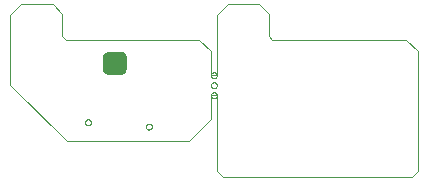
<source format=gko>
G75*
%MOIN*%
%OFA0B0*%
%FSLAX25Y25*%
%IPPOS*%
%LPD*%
%AMOC8*
5,1,8,0,0,1.08239X$1,22.5*
%
%ADD10C,0.00000*%
%ADD11C,0.00500*%
D10*
X0039189Y0028559D02*
X0020291Y0047457D01*
X0020291Y0070685D01*
X0023835Y0074228D01*
X0034465Y0074228D01*
X0037614Y0071079D01*
X0037614Y0063598D01*
X0038795Y0062417D01*
X0083283Y0062417D01*
X0087220Y0058480D01*
X0087220Y0050606D01*
X0089189Y0050606D01*
X0089189Y0070685D01*
X0092732Y0074228D01*
X0103362Y0074228D01*
X0106512Y0071079D01*
X0106512Y0063598D01*
X0107693Y0062417D01*
X0152181Y0062417D01*
X0156118Y0058480D01*
X0156118Y0018717D01*
X0154150Y0016748D01*
X0091157Y0016748D01*
X0089189Y0018717D01*
X0089189Y0043913D01*
X0087220Y0043913D01*
X0087220Y0036039D01*
X0079740Y0028559D01*
X0039189Y0028559D01*
X0045292Y0034858D02*
X0045294Y0034920D01*
X0045300Y0034983D01*
X0045310Y0035044D01*
X0045324Y0035105D01*
X0045341Y0035165D01*
X0045362Y0035224D01*
X0045388Y0035281D01*
X0045416Y0035336D01*
X0045448Y0035390D01*
X0045484Y0035441D01*
X0045522Y0035491D01*
X0045564Y0035537D01*
X0045608Y0035581D01*
X0045656Y0035622D01*
X0045705Y0035660D01*
X0045757Y0035694D01*
X0045811Y0035725D01*
X0045867Y0035753D01*
X0045925Y0035777D01*
X0045984Y0035798D01*
X0046044Y0035814D01*
X0046105Y0035827D01*
X0046167Y0035836D01*
X0046229Y0035841D01*
X0046292Y0035842D01*
X0046354Y0035839D01*
X0046416Y0035832D01*
X0046478Y0035821D01*
X0046538Y0035806D01*
X0046598Y0035788D01*
X0046656Y0035766D01*
X0046713Y0035740D01*
X0046768Y0035710D01*
X0046821Y0035677D01*
X0046872Y0035641D01*
X0046920Y0035602D01*
X0046966Y0035559D01*
X0047009Y0035514D01*
X0047049Y0035466D01*
X0047086Y0035416D01*
X0047120Y0035363D01*
X0047151Y0035309D01*
X0047177Y0035253D01*
X0047201Y0035195D01*
X0047220Y0035135D01*
X0047236Y0035075D01*
X0047248Y0035013D01*
X0047256Y0034952D01*
X0047260Y0034889D01*
X0047260Y0034827D01*
X0047256Y0034764D01*
X0047248Y0034703D01*
X0047236Y0034641D01*
X0047220Y0034581D01*
X0047201Y0034521D01*
X0047177Y0034463D01*
X0047151Y0034407D01*
X0047120Y0034353D01*
X0047086Y0034300D01*
X0047049Y0034250D01*
X0047009Y0034202D01*
X0046966Y0034157D01*
X0046920Y0034114D01*
X0046872Y0034075D01*
X0046821Y0034039D01*
X0046768Y0034006D01*
X0046713Y0033976D01*
X0046656Y0033950D01*
X0046598Y0033928D01*
X0046538Y0033910D01*
X0046478Y0033895D01*
X0046416Y0033884D01*
X0046354Y0033877D01*
X0046292Y0033874D01*
X0046229Y0033875D01*
X0046167Y0033880D01*
X0046105Y0033889D01*
X0046044Y0033902D01*
X0045984Y0033918D01*
X0045925Y0033939D01*
X0045867Y0033963D01*
X0045811Y0033991D01*
X0045757Y0034022D01*
X0045705Y0034056D01*
X0045656Y0034094D01*
X0045608Y0034135D01*
X0045564Y0034179D01*
X0045522Y0034225D01*
X0045484Y0034275D01*
X0045448Y0034326D01*
X0045416Y0034380D01*
X0045388Y0034435D01*
X0045362Y0034492D01*
X0045341Y0034551D01*
X0045324Y0034611D01*
X0045310Y0034672D01*
X0045300Y0034733D01*
X0045294Y0034796D01*
X0045292Y0034858D01*
X0065528Y0033441D02*
X0065530Y0033503D01*
X0065536Y0033566D01*
X0065546Y0033627D01*
X0065560Y0033688D01*
X0065577Y0033748D01*
X0065598Y0033807D01*
X0065624Y0033864D01*
X0065652Y0033919D01*
X0065684Y0033973D01*
X0065720Y0034024D01*
X0065758Y0034074D01*
X0065800Y0034120D01*
X0065844Y0034164D01*
X0065892Y0034205D01*
X0065941Y0034243D01*
X0065993Y0034277D01*
X0066047Y0034308D01*
X0066103Y0034336D01*
X0066161Y0034360D01*
X0066220Y0034381D01*
X0066280Y0034397D01*
X0066341Y0034410D01*
X0066403Y0034419D01*
X0066465Y0034424D01*
X0066528Y0034425D01*
X0066590Y0034422D01*
X0066652Y0034415D01*
X0066714Y0034404D01*
X0066774Y0034389D01*
X0066834Y0034371D01*
X0066892Y0034349D01*
X0066949Y0034323D01*
X0067004Y0034293D01*
X0067057Y0034260D01*
X0067108Y0034224D01*
X0067156Y0034185D01*
X0067202Y0034142D01*
X0067245Y0034097D01*
X0067285Y0034049D01*
X0067322Y0033999D01*
X0067356Y0033946D01*
X0067387Y0033892D01*
X0067413Y0033836D01*
X0067437Y0033778D01*
X0067456Y0033718D01*
X0067472Y0033658D01*
X0067484Y0033596D01*
X0067492Y0033535D01*
X0067496Y0033472D01*
X0067496Y0033410D01*
X0067492Y0033347D01*
X0067484Y0033286D01*
X0067472Y0033224D01*
X0067456Y0033164D01*
X0067437Y0033104D01*
X0067413Y0033046D01*
X0067387Y0032990D01*
X0067356Y0032936D01*
X0067322Y0032883D01*
X0067285Y0032833D01*
X0067245Y0032785D01*
X0067202Y0032740D01*
X0067156Y0032697D01*
X0067108Y0032658D01*
X0067057Y0032622D01*
X0067004Y0032589D01*
X0066949Y0032559D01*
X0066892Y0032533D01*
X0066834Y0032511D01*
X0066774Y0032493D01*
X0066714Y0032478D01*
X0066652Y0032467D01*
X0066590Y0032460D01*
X0066528Y0032457D01*
X0066465Y0032458D01*
X0066403Y0032463D01*
X0066341Y0032472D01*
X0066280Y0032485D01*
X0066220Y0032501D01*
X0066161Y0032522D01*
X0066103Y0032546D01*
X0066047Y0032574D01*
X0065993Y0032605D01*
X0065941Y0032639D01*
X0065892Y0032677D01*
X0065844Y0032718D01*
X0065800Y0032762D01*
X0065758Y0032808D01*
X0065720Y0032858D01*
X0065684Y0032909D01*
X0065652Y0032963D01*
X0065624Y0033018D01*
X0065598Y0033075D01*
X0065577Y0033134D01*
X0065560Y0033194D01*
X0065546Y0033255D01*
X0065536Y0033316D01*
X0065530Y0033379D01*
X0065528Y0033441D01*
X0087221Y0043913D02*
X0087223Y0043975D01*
X0087229Y0044038D01*
X0087239Y0044099D01*
X0087253Y0044160D01*
X0087270Y0044220D01*
X0087291Y0044279D01*
X0087317Y0044336D01*
X0087345Y0044391D01*
X0087377Y0044445D01*
X0087413Y0044496D01*
X0087451Y0044546D01*
X0087493Y0044592D01*
X0087537Y0044636D01*
X0087585Y0044677D01*
X0087634Y0044715D01*
X0087686Y0044749D01*
X0087740Y0044780D01*
X0087796Y0044808D01*
X0087854Y0044832D01*
X0087913Y0044853D01*
X0087973Y0044869D01*
X0088034Y0044882D01*
X0088096Y0044891D01*
X0088158Y0044896D01*
X0088221Y0044897D01*
X0088283Y0044894D01*
X0088345Y0044887D01*
X0088407Y0044876D01*
X0088467Y0044861D01*
X0088527Y0044843D01*
X0088585Y0044821D01*
X0088642Y0044795D01*
X0088697Y0044765D01*
X0088750Y0044732D01*
X0088801Y0044696D01*
X0088849Y0044657D01*
X0088895Y0044614D01*
X0088938Y0044569D01*
X0088978Y0044521D01*
X0089015Y0044471D01*
X0089049Y0044418D01*
X0089080Y0044364D01*
X0089106Y0044308D01*
X0089130Y0044250D01*
X0089149Y0044190D01*
X0089165Y0044130D01*
X0089177Y0044068D01*
X0089185Y0044007D01*
X0089189Y0043944D01*
X0089189Y0043882D01*
X0089185Y0043819D01*
X0089177Y0043758D01*
X0089165Y0043696D01*
X0089149Y0043636D01*
X0089130Y0043576D01*
X0089106Y0043518D01*
X0089080Y0043462D01*
X0089049Y0043408D01*
X0089015Y0043355D01*
X0088978Y0043305D01*
X0088938Y0043257D01*
X0088895Y0043212D01*
X0088849Y0043169D01*
X0088801Y0043130D01*
X0088750Y0043094D01*
X0088697Y0043061D01*
X0088642Y0043031D01*
X0088585Y0043005D01*
X0088527Y0042983D01*
X0088467Y0042965D01*
X0088407Y0042950D01*
X0088345Y0042939D01*
X0088283Y0042932D01*
X0088221Y0042929D01*
X0088158Y0042930D01*
X0088096Y0042935D01*
X0088034Y0042944D01*
X0087973Y0042957D01*
X0087913Y0042973D01*
X0087854Y0042994D01*
X0087796Y0043018D01*
X0087740Y0043046D01*
X0087686Y0043077D01*
X0087634Y0043111D01*
X0087585Y0043149D01*
X0087537Y0043190D01*
X0087493Y0043234D01*
X0087451Y0043280D01*
X0087413Y0043330D01*
X0087377Y0043381D01*
X0087345Y0043435D01*
X0087317Y0043490D01*
X0087291Y0043547D01*
X0087270Y0043606D01*
X0087253Y0043666D01*
X0087239Y0043727D01*
X0087229Y0043788D01*
X0087223Y0043851D01*
X0087221Y0043913D01*
X0087221Y0047260D02*
X0087223Y0047322D01*
X0087229Y0047385D01*
X0087239Y0047446D01*
X0087253Y0047507D01*
X0087270Y0047567D01*
X0087291Y0047626D01*
X0087317Y0047683D01*
X0087345Y0047738D01*
X0087377Y0047792D01*
X0087413Y0047843D01*
X0087451Y0047893D01*
X0087493Y0047939D01*
X0087537Y0047983D01*
X0087585Y0048024D01*
X0087634Y0048062D01*
X0087686Y0048096D01*
X0087740Y0048127D01*
X0087796Y0048155D01*
X0087854Y0048179D01*
X0087913Y0048200D01*
X0087973Y0048216D01*
X0088034Y0048229D01*
X0088096Y0048238D01*
X0088158Y0048243D01*
X0088221Y0048244D01*
X0088283Y0048241D01*
X0088345Y0048234D01*
X0088407Y0048223D01*
X0088467Y0048208D01*
X0088527Y0048190D01*
X0088585Y0048168D01*
X0088642Y0048142D01*
X0088697Y0048112D01*
X0088750Y0048079D01*
X0088801Y0048043D01*
X0088849Y0048004D01*
X0088895Y0047961D01*
X0088938Y0047916D01*
X0088978Y0047868D01*
X0089015Y0047818D01*
X0089049Y0047765D01*
X0089080Y0047711D01*
X0089106Y0047655D01*
X0089130Y0047597D01*
X0089149Y0047537D01*
X0089165Y0047477D01*
X0089177Y0047415D01*
X0089185Y0047354D01*
X0089189Y0047291D01*
X0089189Y0047229D01*
X0089185Y0047166D01*
X0089177Y0047105D01*
X0089165Y0047043D01*
X0089149Y0046983D01*
X0089130Y0046923D01*
X0089106Y0046865D01*
X0089080Y0046809D01*
X0089049Y0046755D01*
X0089015Y0046702D01*
X0088978Y0046652D01*
X0088938Y0046604D01*
X0088895Y0046559D01*
X0088849Y0046516D01*
X0088801Y0046477D01*
X0088750Y0046441D01*
X0088697Y0046408D01*
X0088642Y0046378D01*
X0088585Y0046352D01*
X0088527Y0046330D01*
X0088467Y0046312D01*
X0088407Y0046297D01*
X0088345Y0046286D01*
X0088283Y0046279D01*
X0088221Y0046276D01*
X0088158Y0046277D01*
X0088096Y0046282D01*
X0088034Y0046291D01*
X0087973Y0046304D01*
X0087913Y0046320D01*
X0087854Y0046341D01*
X0087796Y0046365D01*
X0087740Y0046393D01*
X0087686Y0046424D01*
X0087634Y0046458D01*
X0087585Y0046496D01*
X0087537Y0046537D01*
X0087493Y0046581D01*
X0087451Y0046627D01*
X0087413Y0046677D01*
X0087377Y0046728D01*
X0087345Y0046782D01*
X0087317Y0046837D01*
X0087291Y0046894D01*
X0087270Y0046953D01*
X0087253Y0047013D01*
X0087239Y0047074D01*
X0087229Y0047135D01*
X0087223Y0047198D01*
X0087221Y0047260D01*
X0087221Y0050606D02*
X0087223Y0050668D01*
X0087229Y0050731D01*
X0087239Y0050792D01*
X0087253Y0050853D01*
X0087270Y0050913D01*
X0087291Y0050972D01*
X0087317Y0051029D01*
X0087345Y0051084D01*
X0087377Y0051138D01*
X0087413Y0051189D01*
X0087451Y0051239D01*
X0087493Y0051285D01*
X0087537Y0051329D01*
X0087585Y0051370D01*
X0087634Y0051408D01*
X0087686Y0051442D01*
X0087740Y0051473D01*
X0087796Y0051501D01*
X0087854Y0051525D01*
X0087913Y0051546D01*
X0087973Y0051562D01*
X0088034Y0051575D01*
X0088096Y0051584D01*
X0088158Y0051589D01*
X0088221Y0051590D01*
X0088283Y0051587D01*
X0088345Y0051580D01*
X0088407Y0051569D01*
X0088467Y0051554D01*
X0088527Y0051536D01*
X0088585Y0051514D01*
X0088642Y0051488D01*
X0088697Y0051458D01*
X0088750Y0051425D01*
X0088801Y0051389D01*
X0088849Y0051350D01*
X0088895Y0051307D01*
X0088938Y0051262D01*
X0088978Y0051214D01*
X0089015Y0051164D01*
X0089049Y0051111D01*
X0089080Y0051057D01*
X0089106Y0051001D01*
X0089130Y0050943D01*
X0089149Y0050883D01*
X0089165Y0050823D01*
X0089177Y0050761D01*
X0089185Y0050700D01*
X0089189Y0050637D01*
X0089189Y0050575D01*
X0089185Y0050512D01*
X0089177Y0050451D01*
X0089165Y0050389D01*
X0089149Y0050329D01*
X0089130Y0050269D01*
X0089106Y0050211D01*
X0089080Y0050155D01*
X0089049Y0050101D01*
X0089015Y0050048D01*
X0088978Y0049998D01*
X0088938Y0049950D01*
X0088895Y0049905D01*
X0088849Y0049862D01*
X0088801Y0049823D01*
X0088750Y0049787D01*
X0088697Y0049754D01*
X0088642Y0049724D01*
X0088585Y0049698D01*
X0088527Y0049676D01*
X0088467Y0049658D01*
X0088407Y0049643D01*
X0088345Y0049632D01*
X0088283Y0049625D01*
X0088221Y0049622D01*
X0088158Y0049623D01*
X0088096Y0049628D01*
X0088034Y0049637D01*
X0087973Y0049650D01*
X0087913Y0049666D01*
X0087854Y0049687D01*
X0087796Y0049711D01*
X0087740Y0049739D01*
X0087686Y0049770D01*
X0087634Y0049804D01*
X0087585Y0049842D01*
X0087537Y0049883D01*
X0087493Y0049927D01*
X0087451Y0049973D01*
X0087413Y0050023D01*
X0087377Y0050074D01*
X0087345Y0050128D01*
X0087317Y0050183D01*
X0087291Y0050240D01*
X0087270Y0050299D01*
X0087253Y0050359D01*
X0087239Y0050420D01*
X0087229Y0050481D01*
X0087223Y0050544D01*
X0087221Y0050606D01*
D11*
X0058874Y0052969D02*
X0058825Y0052530D01*
X0058679Y0052114D01*
X0058445Y0051741D01*
X0058133Y0051429D01*
X0057760Y0051195D01*
X0057344Y0051049D01*
X0056906Y0051000D01*
X0053362Y0051000D01*
X0052924Y0051049D01*
X0052508Y0051195D01*
X0052135Y0051429D01*
X0051823Y0051741D01*
X0051589Y0052114D01*
X0051443Y0052530D01*
X0051394Y0052969D01*
X0051394Y0056118D01*
X0051443Y0056556D01*
X0051589Y0056972D01*
X0051823Y0057345D01*
X0052135Y0057657D01*
X0052508Y0057892D01*
X0052924Y0058037D01*
X0053362Y0058087D01*
X0056906Y0058087D01*
X0057344Y0058037D01*
X0057760Y0057892D01*
X0058133Y0057657D01*
X0058445Y0057345D01*
X0058679Y0056972D01*
X0058825Y0056556D01*
X0058874Y0056118D01*
X0058874Y0052969D01*
X0058874Y0053073D02*
X0051394Y0053073D01*
X0051394Y0053572D02*
X0058874Y0053572D01*
X0058874Y0054070D02*
X0051394Y0054070D01*
X0051394Y0054569D02*
X0058874Y0054569D01*
X0058874Y0055067D02*
X0051394Y0055067D01*
X0051394Y0055566D02*
X0058874Y0055566D01*
X0058874Y0056064D02*
X0051394Y0056064D01*
X0051445Y0056563D02*
X0058822Y0056563D01*
X0058623Y0057061D02*
X0051645Y0057061D01*
X0052038Y0057560D02*
X0058230Y0057560D01*
X0057156Y0058058D02*
X0053112Y0058058D01*
X0051438Y0052575D02*
X0058830Y0052575D01*
X0058655Y0052076D02*
X0051613Y0052076D01*
X0051987Y0051578D02*
X0058281Y0051578D01*
X0057429Y0051079D02*
X0052839Y0051079D01*
M02*

</source>
